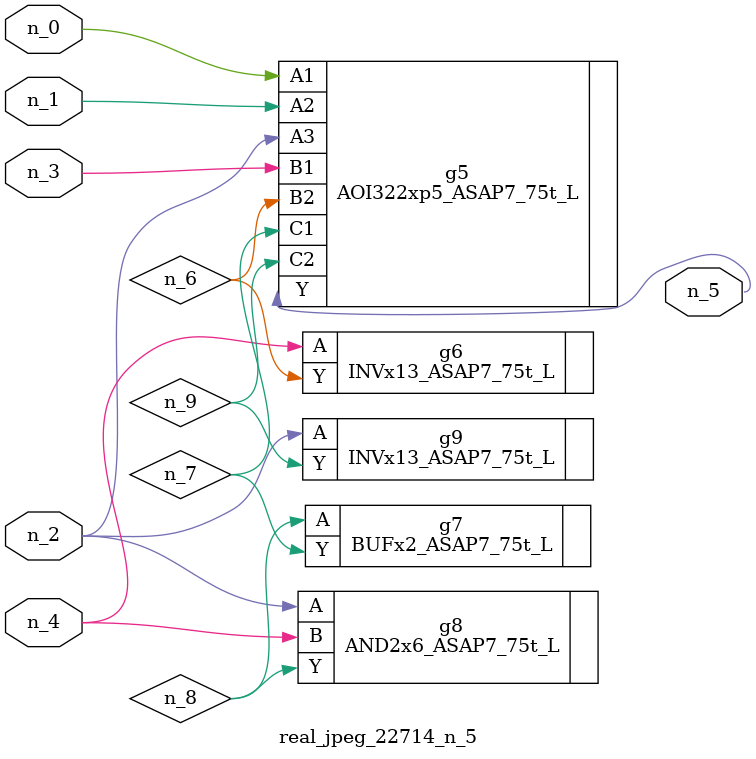
<source format=v>
module real_jpeg_22714_n_5 (n_4, n_0, n_1, n_2, n_3, n_5);

input n_4;
input n_0;
input n_1;
input n_2;
input n_3;

output n_5;

wire n_8;
wire n_6;
wire n_7;
wire n_9;

AOI322xp5_ASAP7_75t_L g5 ( 
.A1(n_0),
.A2(n_1),
.A3(n_2),
.B1(n_3),
.B2(n_6),
.C1(n_7),
.C2(n_9),
.Y(n_5)
);

AND2x6_ASAP7_75t_L g8 ( 
.A(n_2),
.B(n_4),
.Y(n_8)
);

INVx13_ASAP7_75t_L g9 ( 
.A(n_2),
.Y(n_9)
);

INVx13_ASAP7_75t_L g6 ( 
.A(n_4),
.Y(n_6)
);

BUFx2_ASAP7_75t_L g7 ( 
.A(n_8),
.Y(n_7)
);


endmodule
</source>
